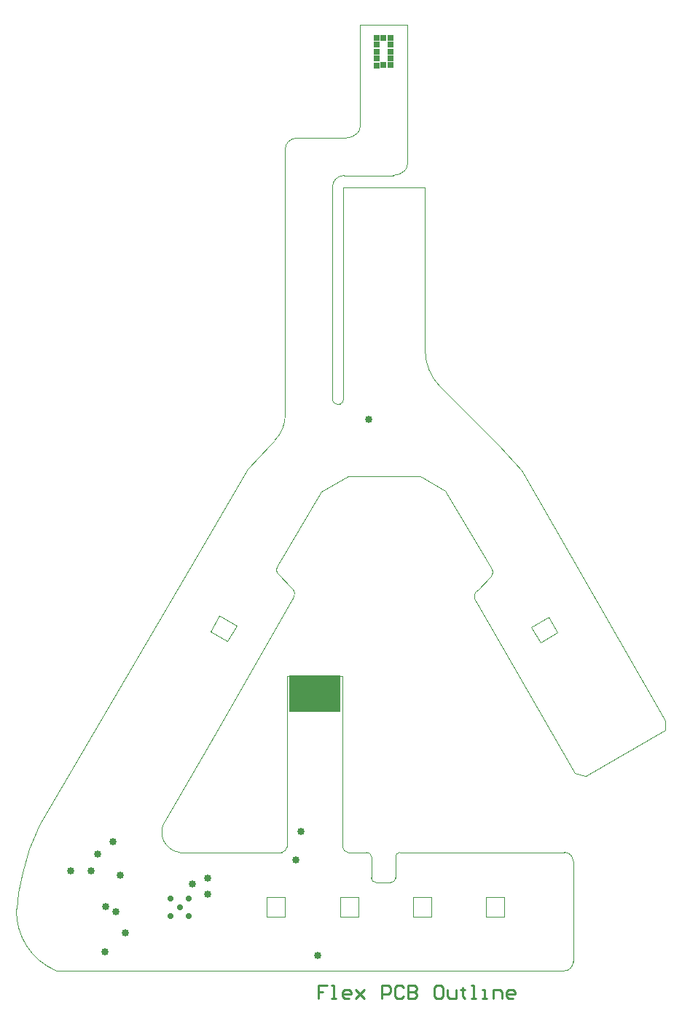
<source format=gts>
G04*
G04 #@! TF.GenerationSoftware,Altium Limited,Altium Designer,18.1.4 (159)*
G04*
G04 Layer_Color=8388736*
%FSLAX44Y44*%
%MOMM*%
G71*
G01*
G75*
%ADD13C,0.2540*%
%ADD15C,0.0500*%
%ADD16C,0.0500*%
%ADD17C,0.0510*%
%ADD18C,0.0508*%
%ADD22R,0.7032X0.7032*%
%ADD23R,0.7032X0.7832*%
%ADD24R,0.5032X4.2032*%
%ADD25C,0.8500*%
%ADD26C,0.7112*%
D13*
X314494Y-16853D02*
X304338D01*
Y-24470D01*
X309416D01*
X304338D01*
Y-32088D01*
X319573D02*
X324651D01*
X322112D01*
Y-16853D01*
X319573D01*
X339886Y-32088D02*
X334808D01*
X332268Y-29548D01*
Y-24470D01*
X334808Y-21931D01*
X339886D01*
X342425Y-24470D01*
Y-27009D01*
X332268D01*
X347504Y-21931D02*
X357660Y-32088D01*
X352582Y-27009D01*
X357660Y-21931D01*
X347504Y-32088D01*
X377974D02*
Y-16853D01*
X385591D01*
X388130Y-19392D01*
Y-24470D01*
X385591Y-27009D01*
X377974D01*
X403366Y-19392D02*
X400826Y-16853D01*
X395748D01*
X393209Y-19392D01*
Y-29548D01*
X395748Y-32088D01*
X400826D01*
X403366Y-29548D01*
X408444Y-16853D02*
Y-32088D01*
X416061D01*
X418601Y-29548D01*
Y-27009D01*
X416061Y-24470D01*
X408444D01*
X416061D01*
X418601Y-21931D01*
Y-19392D01*
X416061Y-16853D01*
X408444D01*
X446531D02*
X441453D01*
X438914Y-19392D01*
Y-29548D01*
X441453Y-32088D01*
X446531D01*
X449071Y-29548D01*
Y-19392D01*
X446531Y-16853D01*
X454149Y-21931D02*
Y-29548D01*
X456688Y-32088D01*
X464306D01*
Y-21931D01*
X471923Y-19392D02*
Y-21931D01*
X469384D01*
X474463D01*
X471923D01*
Y-29548D01*
X474463Y-32088D01*
X482080D02*
X487158D01*
X484619D01*
Y-16853D01*
X482080D01*
X494776Y-32088D02*
X499854D01*
X497315D01*
Y-21931D01*
X494776D01*
X507472Y-32088D02*
Y-21931D01*
X515089D01*
X517629Y-24470D01*
Y-32088D01*
X530324D02*
X525246D01*
X522707Y-29548D01*
Y-24470D01*
X525246Y-21931D01*
X530324D01*
X532864Y-24470D01*
Y-27009D01*
X522707D01*
D15*
X600247Y127484D02*
G03*
X590088Y137644I-10160J0D01*
G01*
X589833Y0D02*
G03*
X600247Y10414I0J10414D01*
G01*
X614932Y226313D02*
X707436Y279556D01*
Y290448D01*
X600247Y127170D02*
Y127484D01*
X589580Y137644D02*
X590088D01*
X600247Y10414D02*
Y127170D01*
X-32213Y141140D02*
X-20447Y169226D01*
X-39578Y114471D02*
X-32213Y141140D01*
X-44658Y90849D02*
X-39578Y114471D01*
X-46625Y72103D02*
X-44658Y90849D01*
X571624Y410713D02*
X582063Y392583D01*
X551692Y399236D02*
X562131Y381106D01*
X551692Y399236D02*
X571624Y410713D01*
X562131Y381106D02*
X582063Y392583D01*
X178657Y394193D02*
X189096Y412323D01*
X198589Y382716D02*
X209028Y400846D01*
X189096Y412323D02*
X209028Y400846D01*
X178657Y394193D02*
X198589Y382716D01*
X398980Y137644D02*
X589580Y137644D01*
X338541Y137584D02*
X360648D01*
X143128Y137644D02*
X158863D01*
X200145Y137584D02*
X261566D01*
X325067Y658299D02*
X329291D01*
X371294Y102533D02*
X388334D01*
X422905Y574221D02*
X451495Y556926D01*
X505860Y466230D01*
X489008Y441558D02*
X504336Y457340D01*
X505860Y459626D01*
X506622Y462928D01*
X505860Y466230D02*
X506622Y462928D01*
X257617Y460498D02*
X272945Y444716D01*
X256093Y462784D02*
X257617Y460498D01*
X255331Y466086D02*
X256093Y462784D01*
X255331Y466086D02*
X256093Y469388D01*
X256081Y469395D02*
X308048Y556090D01*
X428241Y729359D02*
Y909359D01*
X333241Y729359D02*
Y909359D01*
D16*
X398980Y137644D02*
G03*
X393980Y132601I22J-5022D01*
G01*
X332508Y143681D02*
G03*
X338541Y137584I6065J-31D01*
G01*
X329291Y658299D02*
G03*
X333241Y662857I-304J4254D01*
G01*
X320683D02*
G03*
X325067Y658299I4849J277D01*
G01*
X261566Y137584D02*
G03*
X267507Y143772I-123J6065D01*
G01*
X388334Y102533D02*
G03*
X393980Y108045I67J5579D01*
G01*
X365648D02*
G03*
X371294Y102533I5579J67D01*
G01*
X489008Y441558D02*
G03*
X487080Y429517I5057J-6985D01*
G01*
X274873Y432675D02*
G03*
X272945Y444716I-6985J5057D01*
G01*
X-46625Y72103D02*
G03*
X0Y13I75007J-2611D01*
G01*
X125806Y173617D02*
G03*
X143128Y137644I19993J-12530D01*
G01*
X391126Y923399D02*
G03*
X404617Y928987I0J19079D01*
G01*
X428241Y720934D02*
G03*
X446201Y677573I61321J0D01*
G01*
X279164Y966804D02*
G03*
X269353Y962740I0J-13875D01*
G01*
X349617Y972392D02*
G03*
X352805Y980088I-7696J7696D01*
G01*
X334164Y923399D02*
G03*
X324353Y919335I0J-13875D01*
G01*
X269353Y962740D02*
G03*
X265683Y953879I8860J-8860D01*
G01*
X253487Y615834D02*
G03*
X265683Y645278I-29444J29444D01*
G01*
X404617Y928987D02*
G03*
X407805Y936684I-7696J7696D01*
G01*
X365648Y132601D02*
G03*
X360648Y137584I-4992J-8D01*
G01*
X336126Y966804D02*
G03*
X349617Y972392I0J19079D01*
G01*
X324353Y919335D02*
G03*
X320683Y910475I8860J-8860D01*
G01*
X614479Y226052D02*
X614932Y226313D01*
X602264Y229344D02*
X614479Y226052D01*
X499396Y62979D02*
Y85979D01*
Y62979D02*
X520396D01*
Y85979D01*
X499396D02*
X520396D01*
X414396Y62980D02*
Y85980D01*
Y62980D02*
X435396D01*
Y85980D01*
X414396D02*
X435396D01*
X329396Y62979D02*
Y85979D01*
Y62979D02*
X350396D01*
Y85979D01*
X329396D02*
X350396D01*
X244396D02*
X265396D01*
Y62979D02*
Y85979D01*
X244396Y62979D02*
X265396D01*
X244396D02*
Y85979D01*
X267507Y143772D02*
Y342054D01*
X332508Y143681D02*
Y342054D01*
X267507D02*
X332508D01*
X393980Y108045D02*
Y132601D01*
X487080Y429517D02*
X602264Y229344D01*
X0Y0D02*
X532999Y0D01*
X589833D01*
X333241Y909359D02*
X428241D01*
X334164Y923399D02*
X391126D01*
X446201Y677573D02*
X514176Y609599D01*
X177228Y262982D02*
X274873Y432675D01*
X540153Y581162D02*
X595391Y485166D01*
X707436Y290448D01*
X166106Y487019D02*
X222176Y582534D01*
X-20447Y169226D02*
X166106Y487019D01*
X125806Y173617D02*
X177228Y262982D01*
X308048Y556090D02*
X339311Y574555D01*
X342898Y574567D02*
X422905Y574221D01*
X279164Y966804D02*
X336126D01*
X514176Y609599D02*
X540153Y581162D01*
X222176Y582534D02*
X248399Y610746D01*
X253487Y615834D01*
X158923Y137584D02*
X200145D01*
X320683Y662857D02*
Y900046D01*
X428241Y720934D02*
Y729359D01*
X365648Y108045D02*
Y132601D01*
X333241Y662857D02*
Y729359D01*
X320683Y900046D02*
Y910475D01*
X339311Y574555D02*
X341104Y574576D01*
X342898Y574567D01*
X265683Y645278D02*
Y651873D01*
D17*
X352805Y1098628D02*
X407805D01*
Y936684D02*
Y1098628D01*
D18*
X352805Y980088D02*
Y1098628D01*
X265683Y651873D02*
X265683Y953879D01*
D22*
X379904Y1051352D02*
D03*
X387904D02*
D03*
Y1059352D02*
D03*
Y1067352D02*
D03*
Y1075352D02*
D03*
Y1083352D02*
D03*
X379904D02*
D03*
X371903D02*
D03*
Y1075352D02*
D03*
Y1067352D02*
D03*
Y1059352D02*
D03*
D23*
Y1050953D02*
D03*
D24*
X272507Y322054D02*
D03*
X277507D02*
D03*
X327508D02*
D03*
X322508D02*
D03*
X317507D02*
D03*
X312507D02*
D03*
X307507D02*
D03*
X302507D02*
D03*
X297507D02*
D03*
X292507D02*
D03*
X287508D02*
D03*
X282508D02*
D03*
D25*
X56687Y74980D02*
D03*
X65831Y149976D02*
D03*
X278176Y128441D02*
D03*
X40431Y115929D02*
D03*
X74054Y111048D02*
D03*
X68974Y68630D02*
D03*
X16048Y115929D02*
D03*
X362961Y640067D02*
D03*
X303067Y17951D02*
D03*
X79896Y43992D02*
D03*
X55925Y22269D02*
D03*
X283764Y161500D02*
D03*
X158128Y100469D02*
D03*
X175936Y108000D02*
D03*
X175908Y88696D02*
D03*
X47544Y135553D02*
D03*
D26*
X153528Y84056D02*
D03*
X143128Y73656D02*
D03*
X132728Y84056D02*
D03*
Y63256D02*
D03*
X153528D02*
D03*
M02*

</source>
